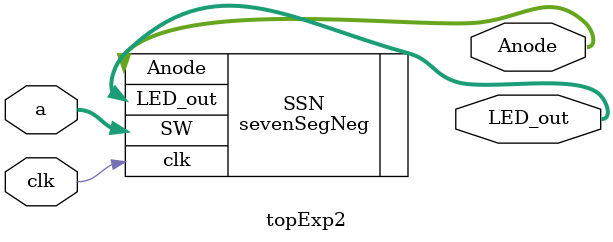
<source format=v>
`timescale 1ns / 1ps


module topExp2(
        input clk,
        input [7:0]a,
        output  [3:0] Anode,
        output  [6:0] LED_out
        );
    sevenSegNeg SSN(.clk(clk), .SW(a), .Anode(Anode), .LED_out(LED_out));  
    
    
    
endmodule


</source>
